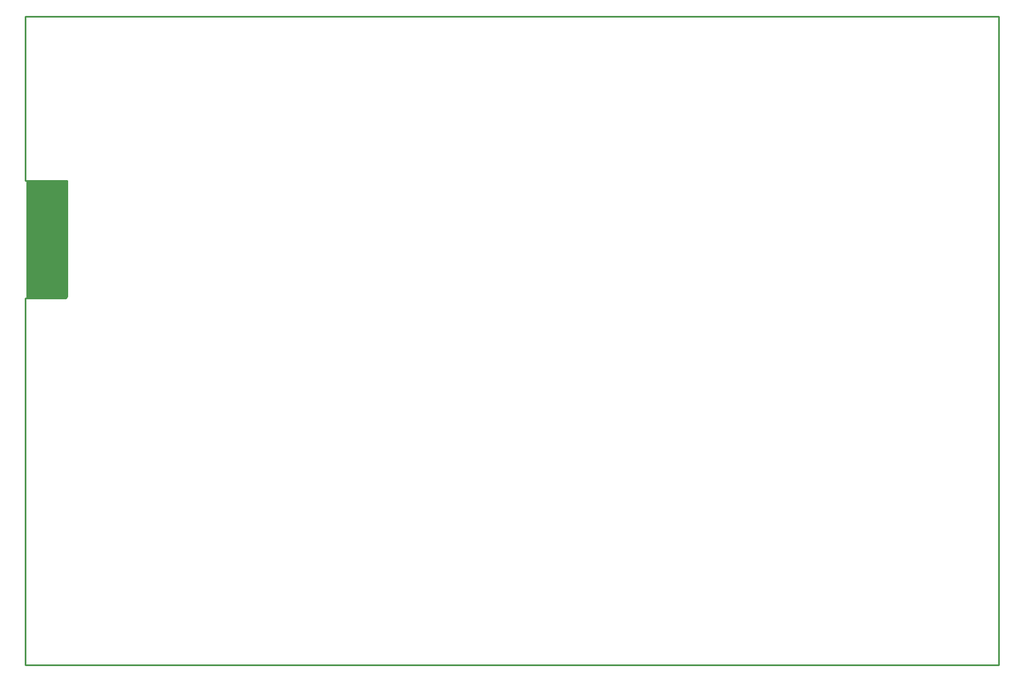
<source format=gko>
G04*
G04 #@! TF.GenerationSoftware,Altium Limited,Altium Designer,22.11.1 (43)*
G04*
G04 Layer_Color=16711935*
%FSLAX25Y25*%
%MOIN*%
G70*
G04*
G04 #@! TF.SameCoordinates,C35736E5-671D-4FAC-BA75-7313D2C136AC*
G04*
G04*
G04 #@! TF.FilePolarity,Positive*
G04*
G01*
G75*
%ADD10C,0.01000*%
%ADD102R,0.24803X0.70866*%
D10*
X0Y393500D02*
X590500D01*
X0Y294000D02*
Y393500D01*
X1000Y0D02*
X590500D01*
Y393500D01*
X0Y294000D02*
X25500D01*
Y223500D02*
Y294000D01*
X24500Y222500D02*
X25500Y223500D01*
X0Y222500D02*
X24500D01*
X0Y0D02*
Y222500D01*
Y0D02*
X92000D01*
D102*
X12913Y258035D02*
D03*
D03*
M02*

</source>
